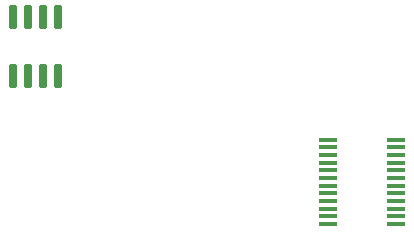
<source format=gbr>
%TF.GenerationSoftware,KiCad,Pcbnew,8.0.6*%
%TF.CreationDate,2025-02-20T03:10:46-08:00*%
%TF.ProjectId,ECE 412,45434520-3431-4322-9e6b-696361645f70,A*%
%TF.SameCoordinates,Original*%
%TF.FileFunction,Paste,Top*%
%TF.FilePolarity,Positive*%
%FSLAX46Y46*%
G04 Gerber Fmt 4.6, Leading zero omitted, Abs format (unit mm)*
G04 Created by KiCad (PCBNEW 8.0.6) date 2025-02-20 03:10:46*
%MOMM*%
%LPD*%
G01*
G04 APERTURE LIST*
G04 Aperture macros list*
%AMRoundRect*
0 Rectangle with rounded corners*
0 $1 Rounding radius*
0 $2 $3 $4 $5 $6 $7 $8 $9 X,Y pos of 4 corners*
0 Add a 4 corners polygon primitive as box body*
4,1,4,$2,$3,$4,$5,$6,$7,$8,$9,$2,$3,0*
0 Add four circle primitives for the rounded corners*
1,1,$1+$1,$2,$3*
1,1,$1+$1,$4,$5*
1,1,$1+$1,$6,$7*
1,1,$1+$1,$8,$9*
0 Add four rect primitives between the rounded corners*
20,1,$1+$1,$2,$3,$4,$5,0*
20,1,$1+$1,$4,$5,$6,$7,0*
20,1,$1+$1,$6,$7,$8,$9,0*
20,1,$1+$1,$8,$9,$2,$3,0*%
G04 Aperture macros list end*
%ADD10RoundRect,0.075000X-0.225000X0.910000X-0.225000X-0.910000X0.225000X-0.910000X0.225000X0.910000X0*%
%ADD11RoundRect,0.051250X-0.698750X-0.153750X0.698750X-0.153750X0.698750X0.153750X-0.698750X0.153750X0*%
G04 APERTURE END LIST*
D10*
%TO.C,U4*%
X146635000Y-59735000D03*
X145365000Y-59735000D03*
X144095000Y-59735000D03*
X142825000Y-59735000D03*
X142825000Y-64675000D03*
X144095000Y-64675000D03*
X145365000Y-64675000D03*
X146635000Y-64675000D03*
%TD*%
D11*
%TO.C,U5*%
X169430000Y-70100000D03*
X169430000Y-70750000D03*
X169430000Y-71400000D03*
X169430000Y-72050000D03*
X169430000Y-72700000D03*
X169430000Y-73350000D03*
X169430000Y-74000000D03*
X169430000Y-74650000D03*
X169430000Y-75300000D03*
X169430000Y-75950000D03*
X169430000Y-76600000D03*
X169430000Y-77250000D03*
X175200000Y-77250000D03*
X175200000Y-76600000D03*
X175200000Y-75950000D03*
X175200000Y-75300000D03*
X175200000Y-74650000D03*
X175200000Y-74000000D03*
X175200000Y-73350000D03*
X175200000Y-72700000D03*
X175200000Y-72050000D03*
X175200000Y-71400000D03*
X175200000Y-70750000D03*
X175200000Y-70100000D03*
%TD*%
M02*

</source>
